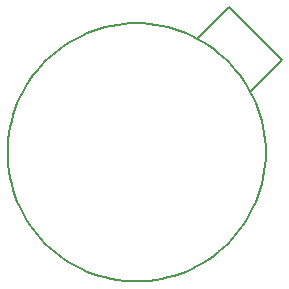
<source format=gbo>
G75*
G70*
%OFA0B0*%
%FSLAX24Y24*%
%IPPOS*%
%LPD*%
%AMOC8*
5,1,8,0,0,1.08239X$1,22.5*
%
%ADD10C,0.0050*%
D10*
X002753Y006216D02*
X002758Y006427D01*
X002774Y006637D01*
X002800Y006847D01*
X002836Y007055D01*
X002882Y007261D01*
X002938Y007464D01*
X003004Y007665D01*
X003080Y007862D01*
X003166Y008054D01*
X003261Y008243D01*
X003365Y008427D01*
X003478Y008605D01*
X003599Y008778D01*
X003729Y008944D01*
X003867Y009104D01*
X004012Y009257D01*
X004165Y009402D01*
X004325Y009540D01*
X004491Y009670D01*
X004664Y009791D01*
X004842Y009904D01*
X005026Y010008D01*
X005215Y010103D01*
X005407Y010189D01*
X005604Y010265D01*
X005805Y010331D01*
X006008Y010387D01*
X006214Y010433D01*
X006422Y010469D01*
X006632Y010495D01*
X006842Y010511D01*
X007053Y010516D01*
X007264Y010511D01*
X007474Y010495D01*
X007684Y010469D01*
X007892Y010433D01*
X008098Y010387D01*
X008301Y010331D01*
X008502Y010265D01*
X008699Y010189D01*
X008891Y010103D01*
X009080Y010008D01*
X009264Y009904D01*
X009442Y009791D01*
X009615Y009670D01*
X009781Y009540D01*
X009941Y009402D01*
X010094Y009257D01*
X010239Y009104D01*
X010377Y008944D01*
X010507Y008778D01*
X010628Y008605D01*
X010741Y008427D01*
X010845Y008243D01*
X010940Y008054D01*
X011026Y007862D01*
X011102Y007665D01*
X011168Y007464D01*
X011224Y007261D01*
X011270Y007055D01*
X011306Y006847D01*
X011332Y006637D01*
X011348Y006427D01*
X011353Y006216D01*
X011348Y006005D01*
X011332Y005795D01*
X011306Y005585D01*
X011270Y005377D01*
X011224Y005171D01*
X011168Y004968D01*
X011102Y004767D01*
X011026Y004570D01*
X010940Y004378D01*
X010845Y004189D01*
X010741Y004005D01*
X010628Y003827D01*
X010507Y003654D01*
X010377Y003488D01*
X010239Y003328D01*
X010094Y003175D01*
X009941Y003030D01*
X009781Y002892D01*
X009615Y002762D01*
X009442Y002641D01*
X009264Y002528D01*
X009080Y002424D01*
X008891Y002329D01*
X008699Y002243D01*
X008502Y002167D01*
X008301Y002101D01*
X008098Y002045D01*
X007892Y001999D01*
X007684Y001963D01*
X007474Y001937D01*
X007264Y001921D01*
X007053Y001916D01*
X006842Y001921D01*
X006632Y001937D01*
X006422Y001963D01*
X006214Y001999D01*
X006008Y002045D01*
X005805Y002101D01*
X005604Y002167D01*
X005407Y002243D01*
X005215Y002329D01*
X005026Y002424D01*
X004842Y002528D01*
X004664Y002641D01*
X004491Y002762D01*
X004325Y002892D01*
X004165Y003030D01*
X004012Y003175D01*
X003867Y003328D01*
X003729Y003488D01*
X003599Y003654D01*
X003478Y003827D01*
X003365Y004005D01*
X003261Y004189D01*
X003166Y004378D01*
X003080Y004570D01*
X003004Y004767D01*
X002938Y004968D01*
X002882Y005171D01*
X002836Y005377D01*
X002800Y005585D01*
X002774Y005795D01*
X002758Y006005D01*
X002753Y006216D01*
X009069Y009999D02*
X010129Y011060D01*
X011897Y009292D01*
X010836Y008232D01*
M02*

</source>
